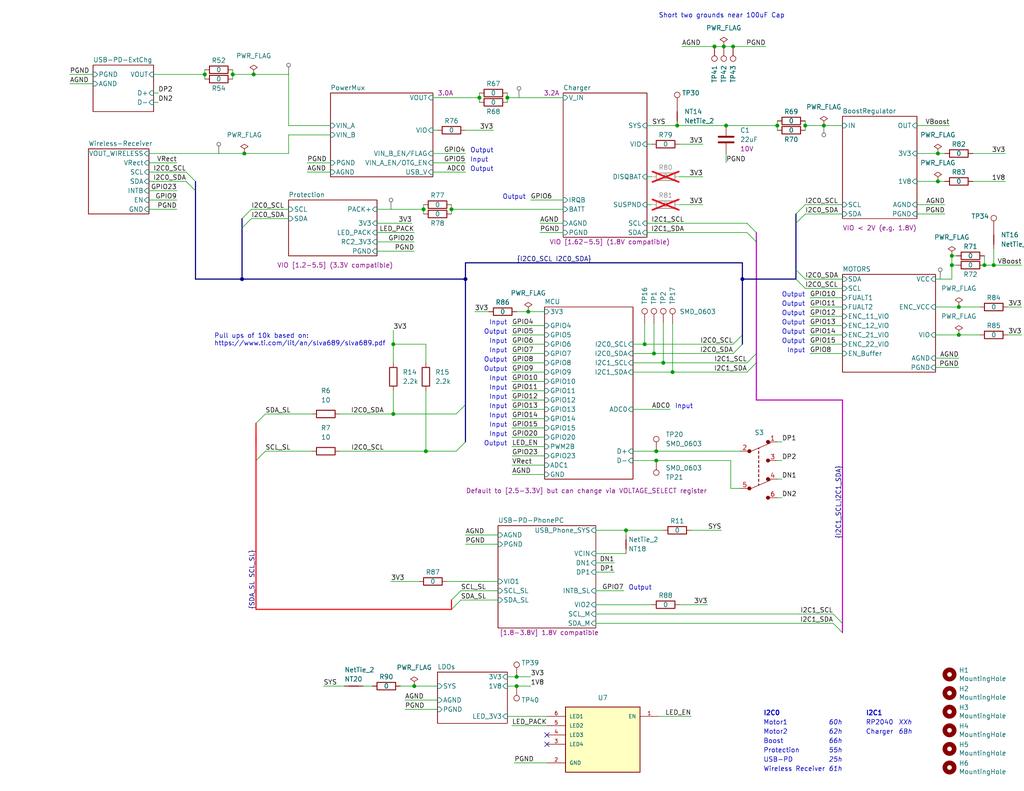
<source format=kicad_sch>
(kicad_sch (version 20230121) (generator eeschema)
  (paper "A")
  (junction (at 212.09 34.29))
  (junction (at 179.07 125.73))
  (junction (at 255.905 49.53))
  (junction (at 115.57 57.15))
  (junction (at 197.485 12.7))
  (junction (at 113.03 187.325))
  (junction (at 107.315 93.98))
  (junction (at 138.43 26.67))
  (junction (at 123.19 57.15))
  (junction (at 130.81 26.67))
  (junction (at 66.675 41.91))
  (junction (at 140.97 187.325))
  (junction (at 127 76.2))
  (junction (at 178.435 96.52))
  (junction (at 183.515 101.6))
  (junction (at 63.5 20.32))
  (junction (at 198.12 34.29))
  (junction (at 200.025 12.7))
  (junction (at 259.715 72.39))
  (junction (at 107.315 113.03))
  (junction (at 180.975 99.06))
  (junction (at 224.79 34.29))
  (junction (at 66.04 76.2))
  (junction (at 219.71 34.29))
  (junction (at 179.07 123.19))
  (junction (at 175.895 93.98))
  (junction (at 140.97 184.785))
  (junction (at 255.905 41.91))
  (junction (at 184.785 34.29))
  (junction (at 202.565 76.2))
  (junction (at 55.88 20.32))
  (junction (at 259.715 69.85))
  (junction (at 170.815 144.78))
  (junction (at 261.62 83.82))
  (junction (at 69.215 20.32))
  (junction (at 268.605 72.39))
  (junction (at 194.945 12.7))
  (junction (at 271.145 72.39))
  (junction (at 261.62 91.44))
  (junction (at 144.145 85.09))
  (junction (at 116.205 123.19))
  (no_connect (at 149.225 203.2))
  (no_connect (at 149.225 200.66))
  (bus_entry (at 50.8 46.99) (size 2.54 2.54))
  (bus_entry (at 219.71 78.74) (size -2.54 -2.54))
  (bus_entry (at 227.33 170.18) (size 2.54 2.54))
  (bus_entry (at 227.33 167.64) (size 2.54 2.54))
  (bus_entry (at 50.8 49.53) (size 2.54 2.54))
  (bus_entry (at 203.835 101.6) (size 2.54 -2.54))
  (bus_entry (at 200.025 96.52) (size 2.54 -2.54))
  (bus_entry (at 200.025 93.98) (size 2.54 -2.54))
  (bus_entry (at 203.835 99.06) (size 2.54 -2.54))
  (bus_entry (at 203.835 63.5) (size 2.54 2.54))
  (bus_entry (at 203.835 60.96) (size 2.54 2.54))
  (bus_entry (at 219.71 58.42) (size -2.54 2.54))
  (bus_entry (at 219.71 55.88) (size -2.54 2.54))
  (bus_entry (at 123.19 163.83) (size 2.54 -2.54))
  (bus_entry (at 123.19 166.37) (size 2.54 -2.54))
  (bus_entry (at 69.85 125.73) (size 2.54 -2.54))
  (bus_entry (at 69.85 115.57) (size 2.54 -2.54))
  (bus_entry (at 127 110.49) (size -2.54 2.54))
  (bus_entry (at 127 120.65) (size -2.54 2.54))
  (bus_entry (at 68.58 57.15) (size -2.54 2.54))
  (bus_entry (at 68.58 59.69) (size -2.54 2.54))
  (bus_entry (at 219.71 76.2) (size -2.54 -2.54))
  (wire (pts (xy 261.62 91.44) (xy 267.335 91.44)))
  (bus (pts (xy 206.375 109.22) (xy 229.87 109.22)) (stroke (width 0) (color 194 0 194 1)))
  (wire (pts (xy 102.87 68.58) (xy 113.03 68.58)))
  (wire (pts (xy 19.05 20.32) (xy 25.4 20.32)))
  (wire (pts (xy 92.71 113.03) (xy 107.315 113.03)))
  (wire (pts (xy 102.87 63.5) (xy 113.03 63.5)))
  (wire (pts (xy 63.5 20.32) (xy 69.215 20.32)))
  (wire (pts (xy 170.815 144.78) (xy 180.975 144.78)))
  (bus (pts (xy 53.34 52.07) (xy 53.34 76.2)))
  (bus (pts (xy 206.375 63.5) (xy 206.375 66.04)) (stroke (width 0) (color 194 0 194 1)))
  (wire (pts (xy 212.09 34.29) (xy 212.09 35.56)))
  (wire (pts (xy 153.67 63.5) (xy 147.32 63.5)))
  (wire (pts (xy 213.36 120.65) (xy 212.09 120.65)))
  (wire (pts (xy 139.7 111.76) (xy 148.59 111.76)))
  (wire (pts (xy 199.39 125.73) (xy 199.39 133.35)))
  (wire (pts (xy 135.89 163.83) (xy 125.73 163.83)))
  (wire (pts (xy 63.5 20.32) (xy 63.5 21.59)))
  (wire (pts (xy 123.19 55.88) (xy 123.19 57.15)))
  (wire (pts (xy 140.97 85.09) (xy 144.145 85.09)))
  (bus (pts (xy 229.87 170.18) (xy 229.87 172.72)) (stroke (width 0) (color 194 0 194 1)))
  (wire (pts (xy 172.72 96.52) (xy 178.435 96.52)))
  (wire (pts (xy 180.975 88.265) (xy 180.975 99.06)))
  (wire (pts (xy 229.87 58.42) (xy 219.71 58.42)))
  (wire (pts (xy 260.985 69.85) (xy 259.715 69.85)))
  (bus (pts (xy 123.19 163.83) (xy 123.19 166.37)) (stroke (width 0) (color 255 0 6 1)))
  (wire (pts (xy 188.595 195.58) (xy 179.705 195.58)))
  (wire (pts (xy 92.71 123.19) (xy 116.205 123.19)))
  (wire (pts (xy 220.98 88.9) (xy 229.87 88.9)))
  (wire (pts (xy 220.98 96.52) (xy 229.87 96.52)))
  (wire (pts (xy 78.74 20.32) (xy 78.74 34.29)))
  (wire (pts (xy 176.53 60.96) (xy 203.835 60.96)))
  (wire (pts (xy 102.87 66.04) (xy 113.03 66.04)))
  (wire (pts (xy 48.26 44.45) (xy 40.64 44.45)))
  (wire (pts (xy 107.315 106.68) (xy 107.315 113.03)))
  (wire (pts (xy 200.025 12.7) (xy 208.915 12.7)))
  (wire (pts (xy 110.49 193.675) (xy 119.38 193.675)))
  (bus (pts (xy 66.04 59.69) (xy 66.04 62.23)))
  (wire (pts (xy 176.53 34.29) (xy 184.785 34.29)))
  (wire (pts (xy 274.955 83.82) (xy 278.765 83.82)))
  (wire (pts (xy 212.09 33.02) (xy 212.09 34.29)))
  (wire (pts (xy 41.91 20.32) (xy 55.88 20.32)))
  (wire (pts (xy 139.7 99.06) (xy 148.59 99.06)))
  (wire (pts (xy 250.19 34.29) (xy 259.08 34.29)))
  (wire (pts (xy 63.5 19.05) (xy 63.5 20.32)))
  (wire (pts (xy 167.64 156.21) (xy 162.56 156.21)))
  (bus (pts (xy 217.17 60.96) (xy 217.17 73.66)))
  (wire (pts (xy 162.56 161.29) (xy 170.18 161.29)))
  (wire (pts (xy 220.98 86.36) (xy 229.87 86.36)))
  (wire (pts (xy 259.715 72.39) (xy 259.715 76.2)))
  (bus (pts (xy 206.375 66.04) (xy 206.375 96.52)) (stroke (width 0) (color 194 0 194 1)))
  (wire (pts (xy 144.78 184.785) (xy 140.97 184.785)))
  (wire (pts (xy 184.785 34.29) (xy 198.12 34.29)))
  (wire (pts (xy 271.145 72.39) (xy 278.765 72.39)))
  (wire (pts (xy 255.27 100.33) (xy 261.62 100.33)))
  (wire (pts (xy 250.19 49.53) (xy 255.905 49.53)))
  (wire (pts (xy 118.11 46.99) (xy 127 46.99)))
  (wire (pts (xy 127 41.91) (xy 118.11 41.91)))
  (wire (pts (xy 107.315 113.03) (xy 124.46 113.03)))
  (wire (pts (xy 139.7 124.46) (xy 148.59 124.46)))
  (wire (pts (xy 78.74 36.83) (xy 90.17 36.83)))
  (wire (pts (xy 172.72 111.76) (xy 182.88 111.76)))
  (wire (pts (xy 88.265 187.325) (xy 93.98 187.325)))
  (wire (pts (xy 179.07 123.19) (xy 201.93 123.19)))
  (wire (pts (xy 41.91 25.4) (xy 43.18 25.4)))
  (wire (pts (xy 139.7 114.3) (xy 148.59 114.3)))
  (wire (pts (xy 255.27 97.79) (xy 261.62 97.79)))
  (wire (pts (xy 197.485 12.7) (xy 200.025 12.7)))
  (wire (pts (xy 176.53 63.5) (xy 203.835 63.5)))
  (wire (pts (xy 139.7 104.14) (xy 148.59 104.14)))
  (wire (pts (xy 78.74 57.15) (xy 68.58 57.15)))
  (wire (pts (xy 25.4 22.86) (xy 19.05 22.86)))
  (wire (pts (xy 194.945 12.7) (xy 197.485 12.7)))
  (wire (pts (xy 139.7 119.38) (xy 148.59 119.38)))
  (wire (pts (xy 186.055 12.7) (xy 194.945 12.7)))
  (wire (pts (xy 268.605 72.39) (xy 271.145 72.39)))
  (wire (pts (xy 90.17 46.99) (xy 83.82 46.99)))
  (bus (pts (xy 127 71.755) (xy 202.565 71.755)))
  (wire (pts (xy 162.56 165.1) (xy 177.8 165.1)))
  (wire (pts (xy 127 35.56) (xy 134.62 35.56)))
  (wire (pts (xy 153.67 54.61) (xy 144.78 54.61)))
  (wire (pts (xy 129.54 85.09) (xy 133.35 85.09)))
  (wire (pts (xy 219.71 33.02) (xy 219.71 34.29)))
  (wire (pts (xy 123.19 57.15) (xy 153.67 57.15)))
  (wire (pts (xy 180.975 99.06) (xy 203.835 99.06)))
  (wire (pts (xy 99.06 187.325) (xy 101.6 187.325)))
  (bus (pts (xy 206.375 96.52) (xy 206.375 99.06)) (stroke (width 0) (color 194 0 194 1)))
  (wire (pts (xy 139.7 101.6) (xy 148.59 101.6)))
  (wire (pts (xy 40.64 41.91) (xy 66.675 41.91)))
  (bus (pts (xy 69.85 125.73) (xy 69.85 166.37)) (stroke (width 0) (color 255 0 6 1)))
  (wire (pts (xy 229.87 78.74) (xy 219.71 78.74)))
  (wire (pts (xy 250.19 55.88) (xy 257.81 55.88)))
  (wire (pts (xy 172.72 101.6) (xy 183.515 101.6)))
  (wire (pts (xy 229.87 55.88) (xy 219.71 55.88)))
  (wire (pts (xy 106.68 158.75) (xy 114.3 158.75)))
  (wire (pts (xy 255.905 49.53) (xy 257.81 49.53)))
  (wire (pts (xy 175.895 93.98) (xy 200.025 93.98)))
  (wire (pts (xy 162.56 170.18) (xy 227.33 170.18)))
  (bus (pts (xy 66.04 62.23) (xy 66.04 76.2)))
  (wire (pts (xy 219.71 34.29) (xy 219.71 35.56)))
  (wire (pts (xy 119.38 187.325) (xy 113.03 187.325)))
  (wire (pts (xy 224.79 34.29) (xy 229.87 34.29)))
  (wire (pts (xy 107.315 99.06) (xy 107.315 93.98)))
  (wire (pts (xy 185.42 39.37) (xy 191.77 39.37)))
  (wire (pts (xy 176.53 48.26) (xy 177.8 48.26)))
  (wire (pts (xy 78.74 59.69) (xy 68.58 59.69)))
  (wire (pts (xy 148.59 96.52) (xy 139.7 96.52)))
  (wire (pts (xy 115.57 55.88) (xy 115.57 57.15)))
  (wire (pts (xy 135.89 161.29) (xy 125.73 161.29)))
  (wire (pts (xy 140.97 187.325) (xy 138.43 187.325)))
  (wire (pts (xy 176.53 39.37) (xy 177.8 39.37)))
  (wire (pts (xy 138.43 25.4) (xy 138.43 26.67)))
  (wire (pts (xy 139.7 198.12) (xy 149.225 198.12)))
  (wire (pts (xy 255.27 83.82) (xy 261.62 83.82)))
  (wire (pts (xy 172.72 123.19) (xy 179.07 123.19)))
  (wire (pts (xy 188.595 144.78) (xy 196.85 144.78)))
  (wire (pts (xy 69.215 20.32) (xy 78.74 20.32)))
  (bus (pts (xy 127 76.2) (xy 127 110.49)))
  (wire (pts (xy 185.42 48.26) (xy 191.77 48.26)))
  (wire (pts (xy 172.72 125.73) (xy 179.07 125.73)))
  (wire (pts (xy 66.675 41.91) (xy 78.74 41.91)))
  (wire (pts (xy 175.895 88.265) (xy 175.895 93.98)))
  (wire (pts (xy 139.7 88.9) (xy 148.59 88.9)))
  (wire (pts (xy 41.91 27.94) (xy 43.18 27.94)))
  (wire (pts (xy 139.7 116.84) (xy 148.59 116.84)))
  (wire (pts (xy 213.36 135.89) (xy 212.09 135.89)))
  (bus (pts (xy 53.34 76.2) (xy 66.04 76.2)))
  (wire (pts (xy 183.515 88.265) (xy 183.515 101.6)))
  (wire (pts (xy 271.145 67.945) (xy 271.145 72.39)))
  (wire (pts (xy 72.39 123.19) (xy 85.09 123.19)))
  (wire (pts (xy 265.43 49.53) (xy 274.32 49.53)))
  (wire (pts (xy 172.72 93.98) (xy 175.895 93.98)))
  (wire (pts (xy 220.98 83.82) (xy 229.87 83.82)))
  (wire (pts (xy 140.335 208.28) (xy 149.225 208.28)))
  (wire (pts (xy 55.88 20.32) (xy 55.88 21.59)))
  (wire (pts (xy 123.19 57.15) (xy 123.19 58.42)))
  (wire (pts (xy 213.36 130.81) (xy 212.09 130.81)))
  (wire (pts (xy 72.39 113.03) (xy 85.09 113.03)))
  (wire (pts (xy 259.715 72.39) (xy 259.715 69.85)))
  (wire (pts (xy 255.27 91.44) (xy 261.62 91.44)))
  (bus (pts (xy 217.17 73.66) (xy 217.17 76.2)))
  (wire (pts (xy 153.67 60.96) (xy 147.32 60.96)))
  (wire (pts (xy 176.53 55.88) (xy 177.8 55.88)))
  (wire (pts (xy 130.81 25.4) (xy 130.81 26.67)))
  (wire (pts (xy 185.42 165.1) (xy 193.04 165.1)))
  (wire (pts (xy 138.43 26.67) (xy 153.67 26.67)))
  (bus (pts (xy 202.565 71.755) (xy 202.565 76.2)))
  (wire (pts (xy 40.64 57.15) (xy 48.26 57.15)))
  (wire (pts (xy 102.87 57.15) (xy 115.57 57.15)))
  (wire (pts (xy 220.98 93.98) (xy 229.87 93.98)))
  (bus (pts (xy 202.565 76.2) (xy 217.17 76.2)))
  (wire (pts (xy 268.605 69.85) (xy 268.605 72.39)))
  (wire (pts (xy 220.98 81.28) (xy 229.87 81.28)))
  (bus (pts (xy 66.04 76.2) (xy 127 76.2)))
  (wire (pts (xy 139.7 127) (xy 148.59 127)))
  (bus (pts (xy 127 71.755) (xy 127 76.2)))
  (wire (pts (xy 183.515 101.6) (xy 203.835 101.6)))
  (wire (pts (xy 40.64 54.61) (xy 48.26 54.61)))
  (wire (pts (xy 144.145 85.09) (xy 148.59 85.09)))
  (bus (pts (xy 217.17 58.42) (xy 217.17 60.96)))
  (bus (pts (xy 69.85 166.37) (xy 123.19 166.37)) (stroke (width 0) (color 255 0 6 1)))
  (wire (pts (xy 55.88 19.05) (xy 55.88 20.32)))
  (wire (pts (xy 260.985 72.39) (xy 259.715 72.39)))
  (wire (pts (xy 185.42 55.88) (xy 191.77 55.88)))
  (wire (pts (xy 139.7 109.22) (xy 148.59 109.22)))
  (wire (pts (xy 138.43 26.67) (xy 138.43 27.94)))
  (wire (pts (xy 119.38 191.135) (xy 110.49 191.135)))
  (wire (pts (xy 265.43 41.91) (xy 274.32 41.91)))
  (bus (pts (xy 69.85 115.57) (xy 69.85 125.73)) (stroke (width 0) (color 255 0 6 1)))
  (wire (pts (xy 107.315 90.17) (xy 107.315 93.98)))
  (wire (pts (xy 219.71 34.29) (xy 224.79 34.29)))
  (wire (pts (xy 139.7 129.54) (xy 148.59 129.54)))
  (wire (pts (xy 116.205 123.19) (xy 124.46 123.19)))
  (wire (pts (xy 250.19 41.91) (xy 255.905 41.91)))
  (wire (pts (xy 172.72 99.06) (xy 180.975 99.06)))
  (wire (pts (xy 115.57 57.15) (xy 115.57 58.42)))
  (wire (pts (xy 78.74 34.29) (xy 90.17 34.29)))
  (wire (pts (xy 118.11 35.56) (xy 119.38 35.56)))
  (wire (pts (xy 178.435 96.52) (xy 200.025 96.52)))
  (wire (pts (xy 102.87 60.96) (xy 112.395 60.96)))
  (wire (pts (xy 198.12 34.29) (xy 212.09 34.29)))
  (wire (pts (xy 127 146.05) (xy 135.89 146.05)))
  (bus (pts (xy 202.565 91.44) (xy 202.565 93.98)))
  (wire (pts (xy 78.74 36.83) (xy 78.74 41.91)))
  (wire (pts (xy 139.7 91.44) (xy 148.59 91.44)))
  (wire (pts (xy 213.36 125.73) (xy 212.09 125.73)))
  (wire (pts (xy 162.56 167.64) (xy 227.33 167.64)))
  (wire (pts (xy 83.82 44.45) (xy 90.17 44.45)))
  (wire (pts (xy 139.7 93.98) (xy 148.59 93.98)))
  (wire (pts (xy 167.64 153.67) (xy 162.56 153.67)))
  (wire (pts (xy 170.815 144.78) (xy 170.815 146.05)))
  (wire (pts (xy 259.715 76.2) (xy 255.27 76.2)))
  (wire (pts (xy 144.78 187.325) (xy 140.97 187.325)))
  (wire (pts (xy 116.205 106.68) (xy 116.205 123.19)))
  (wire (pts (xy 250.19 58.42) (xy 257.81 58.42)))
  (wire (pts (xy 162.56 144.78) (xy 170.815 144.78)))
  (wire (pts (xy 138.43 195.58) (xy 149.225 195.58)))
  (wire (pts (xy 261.62 83.82) (xy 267.335 83.82)))
  (wire (pts (xy 107.315 93.98) (xy 116.205 93.98)))
  (bus (pts (xy 53.34 49.53) (xy 53.34 52.07)))
  (wire (pts (xy 130.81 26.67) (xy 130.81 27.94)))
  (bus (pts (xy 127 110.49) (xy 127 120.65)))
  (wire (pts (xy 162.56 151.13) (xy 170.815 151.13)))
  (wire (pts (xy 48.26 52.07) (xy 40.64 52.07)))
  (wire (pts (xy 274.955 91.44) (xy 278.765 91.44)))
  (wire (pts (xy 40.64 46.99) (xy 50.8 46.99)))
  (wire (pts (xy 118.11 26.67) (xy 130.81 26.67)))
  (wire (pts (xy 198.12 41.91) (xy 198.12 44.45)))
  (bus (pts (xy 69.85 119.38) (xy 69.85 120.65)))
  (wire (pts (xy 140.97 184.785) (xy 138.43 184.785)))
  (wire (pts (xy 40.64 49.53) (xy 50.8 49.53)))
  (wire (pts (xy 199.39 133.35) (xy 201.93 133.35)))
  (wire (pts (xy 220.98 91.44) (xy 229.87 91.44)))
  (wire (pts (xy 121.92 158.75) (xy 135.89 158.75)))
  (wire (pts (xy 127 44.45) (xy 118.11 44.45)))
  (bus (pts (xy 229.87 109.22) (xy 229.87 170.18)) (stroke (width 0) (color 194 0 194 1)))
  (wire (pts (xy 178.435 88.265) (xy 178.435 96.52)))
  (wire (pts (xy 113.03 187.325) (xy 109.22 187.325)))
  (wire (pts (xy 139.7 121.92) (xy 148.59 121.92)))
  (bus (pts (xy 206.375 99.06) (xy 206.375 109.22)) (stroke (width 0) (color 194 0 194 1)))
  (wire (pts (xy 139.7 106.68) (xy 148.59 106.68)))
  (wire (pts (xy 179.07 125.73) (xy 199.39 125.73)))
  (bus (pts (xy 202.565 76.2) (xy 202.565 91.44)))
  (wire (pts (xy 229.87 76.2) (xy 219.71 76.2)))
  (wire (pts (xy 255.905 41.91) (xy 257.81 41.91)))
  (wire (pts (xy 116.205 99.06) (xy 116.205 93.98)))
  (wire (pts (xy 127 148.59) (xy 135.89 148.59)))
  (text "55h" (at 226.06 205.74 0) (effects (font (size 1.27 1.27) italic) (justify left bottom)))
  (text "Input" (at 138.43 119.38 0) (effects (font (size 1.27 1.27)) (justify right bottom)))
  (text "66h" (at 226.06 203.2 0) (effects (font (size 1.27 1.27) italic) (justify left bottom)))
  (text "Output" (at 219.71 93.98 0) (effects (font (size 1.27 1.27)) (justify right bottom)))
  (text "Protection" (at 208.28 205.74 0) (effects (font (size 1.27 1.27)) (justify left bottom)))
  (text "Input" (at 138.43 111.76 0) (effects (font (size 1.27 1.27)) (justify right bottom)))
  (text "XXh" (at 245.11 198.12 0) (effects (font (size 1.27 1.27) italic) (justify left bottom)))
  (text "Output" (at 219.71 86.36 0) (effects (font (size 1.27 1.27)) (justify right bottom)))
  (text "61h" (at 226.06 210.82 0) (effects (font (size 1.27 1.27) italic) (justify left bottom)))
  (text "Output" (at 138.43 121.92 0) (effects (font (size 1.27 1.27)) (justify right bottom)))
  (text "Output" (at 143.51 54.61 0) (effects (font (size 1.27 1.27)) (justify right bottom)))
  (text "Output" (at 219.71 81.28 0) (effects (font (size 1.27 1.27)) (justify right bottom)))
  (text "Output" (at 138.43 99.06 0) (effects (font (size 1.27 1.27)) (justify right bottom)))
  (text "Input" (at 138.43 109.22 0) (effects (font (size 1.27 1.27)) (justify right bottom)))
  (text "Input" (at 138.43 88.9 0) (effects (font (size 1.27 1.27)) (justify right bottom)))
  (text "Output" (at 219.71 88.9 0) (effects (font (size 1.27 1.27)) (justify right bottom)))
  (text "Output" (at 128.27 41.91 0) (effects (font (size 1.27 1.27)) (justify left bottom)))
  (text "Boost" (at 208.28 203.2 0) (effects (font (size 1.27 1.27)) (justify left bottom)))
  (text "I2C1" (at 236.22 195.58 0) (effects (font (size 1.27 1.27) (thickness 0.254) bold) (justify left bottom)))
  (text "Input" (at 128.27 44.45 0) (effects (font (size 1.27 1.27)) (justify left bottom)))
  (text "Wireless Receiver" (at 208.28 210.82 0) (effects (font (size 1.27 1.27)) (justify left bottom)))
  (text "Input" (at 138.43 93.98 0) (effects (font (size 1.27 1.27)) (justify right bottom)))
  (text "Motor1" (at 208.28 198.12 0) (effects (font (size 1.27 1.27)) (justify left bottom)))
  (text "Output" (at 128.27 46.99 0) (effects (font (size 1.27 1.27)) (justify left bottom)))
  (text "Input" (at 138.43 104.14 0) (effects (font (size 1.27 1.27)) (justify right bottom)))
  (text "Input" (at 138.43 116.84 0) (effects (font (size 1.27 1.27)) (justify right bottom)))
  (text "Input" (at 138.43 106.68 0) (effects (font (size 1.27 1.27)) (justify right bottom)))
  (text "Output" (at 138.43 91.44 0) (effects (font (size 1.27 1.27)) (justify right bottom)))
  (text "62h" (at 226.06 200.66 0) (effects (font (size 1.27 1.27) italic) (justify left bottom)))
  (text "Output" (at 219.71 83.82 0) (effects (font (size 1.27 1.27)) (justify right bottom)))
  (text "Input" (at 184.15 111.76 0) (effects (font (size 1.27 1.27)) (justify left bottom)))
  (text "Motor2" (at 208.28 200.66 0) (effects (font (size 1.27 1.27)) (justify left bottom)))
  (text "Output" (at 171.45 161.29 0) (effects (font (size 1.27 1.27)) (justify left bottom)))
  (text "Input" (at 138.43 96.52 0) (effects (font (size 1.27 1.27)) (justify right bottom)))
  (text "25h" (at 226.06 208.28 0) (effects (font (size 1.27 1.27) italic) (justify left bottom)))
  (text "Output" (at 138.43 101.6 0) (effects (font (size 1.27 1.27)) (justify right bottom)))
  (text "Output" (at 219.71 91.44 0) (effects (font (size 1.27 1.27)) (justify right bottom)))
  (text "Charger" (at 236.22 200.66 0) (effects (font (size 1.27 1.27)) (justify left bottom)))
  (text "Input" (at 219.71 96.52 0) (effects (font (size 1.27 1.27)) (justify right bottom)))
  (text "Pull ups of 10k based on:\nhttps://www.ti.com/lit/an/slva689/slva689.pdf" (at 58.42 94.615 0) (effects (font (size 1.27 1.27)) (justify left bottom)))
  (text "I2C0" (at 208.28 195.58 0) (effects (font (size 1.27 1.27) (thickness 0.254) bold) (justify left bottom)))
  (text "USB-PD" (at 208.28 208.28 0) (effects (font (size 1.27 1.27)) (justify left bottom)))
  (text "RP2040" (at 236.22 198.12 0) (effects (font (size 1.27 1.27)) (justify left bottom)))
  (text "60h" (at 226.06 198.12 0) (effects (font (size 1.27 1.27) italic) (justify left bottom)))
  (text "Input" (at 138.43 114.3 0) (effects (font (size 1.27 1.27)) (justify right bottom)))
  (text "6Bh" (at 245.11 200.66 0) (effects (font (size 1.27 1.27) italic) (justify left bottom)))
  (text "Short two grounds near 100uF Cap" (at 179.705 5.08 0) (effects (font (size 1.27 1.27)) (justify left bottom)))
  (label "3V3" (at 278.765 83.82 180))
  (label "3V3" (at 107.315 90.17 0))
  (label "GPIO15" (at 139.7 116.84 0))
  (label "I2C0_SDA" (at 104.775 113.03 180))
  (label "AGND" (at 139.7 129.54 0))
  (label "GPIO12" (at 220.98 86.36 0))
  (label "PGND" (at 113.03 68.58 180))
  (label "{SDA_SL SCL_SL}" (at 69.85 166.37 90))
  (label "PGND" (at 127 148.59 0))
  (label "3V3" (at 278.765 91.44 180))
  (label "AGND" (at 110.49 191.135 0))
  (label "LED_PACK" (at 139.7 198.12 0))
  (label "{I2C0_SCL I2C0_SDA}" (at 140.97 71.755 0))
  (label "AGND" (at 257.81 55.88 180))
  (label "AGND" (at 83.82 46.99 0))
  (label "PGND" (at 48.26 57.15 180))
  (label "SYS" (at 88.265 187.325 0))
  (label "I2C0_SCL" (at 219.71 55.88 0))
  (label "GPIO10" (at 220.98 81.28 0))
  (label "SYS" (at 196.85 144.78 180))
  (label "LED_EN" (at 188.595 195.58 180))
  (label "PGND" (at 198.12 44.45 0))
  (label "VBoost" (at 278.765 72.39 180))
  (label "GPIO7" (at 170.18 161.29 180))
  (label "I2C1_SDA" (at 186.69 63.5 180))
  (label "GPIO8" (at 139.7 99.06 0))
  (label "DP1" (at 167.64 156.21 180))
  (label "DN1" (at 167.64 153.67 180))
  (label "GPIO8" (at 220.98 96.52 0))
  (label "AGND" (at 186.055 12.7 0))
  (label "GPIO20" (at 113.03 66.04 180))
  (label "GPIO13" (at 220.98 88.9 0))
  (label "DN2" (at 43.18 27.94 0))
  (label "LED_EN" (at 139.7 121.92 0))
  (label "GPIO14" (at 220.98 91.44 0))
  (label "DP2" (at 213.36 125.73 0))
  (label "I2C1_SDA" (at 227.33 170.18 180))
  (label "DP2" (at 43.18 25.4 0))
  (label "3V3" (at 106.68 158.75 0))
  (label "VBoost" (at 259.08 34.29 180))
  (label "3V3" (at 144.78 184.785 0))
  (label "GPIO9" (at 48.26 54.61 180))
  (label "AGND" (at 261.62 97.79 180))
  (label "SCL_SL" (at 72.39 123.19 0))
  (label "GPIO15" (at 220.98 93.98 0))
  (label "I2C0_SCL" (at 50.8 46.99 180))
  (label "I2C0_SDA" (at 68.58 59.69 0))
  (label "3V3" (at 193.04 165.1 180))
  (label "3V3" (at 191.77 39.37 180))
  (label "PGND" (at 208.915 12.7 180))
  (label "PGND" (at 83.82 44.45 0))
  (label "I2C0_SDA" (at 219.71 76.2 0))
  (label "I2C0_SCL" (at 68.58 57.15 0))
  (label "3V3" (at 129.54 85.09 0))
  (label "VRect" (at 139.7 127 0))
  (label "1V8" (at 274.32 49.53 180))
  (label "GPIO9" (at 139.7 101.6 0))
  (label "GPIO7" (at 139.7 96.52 0))
  (label "GPIO12" (at 139.7 109.22 0))
  (label "SDA_SL" (at 72.39 113.03 0))
  (label "DN1" (at 213.36 130.81 0))
  (label "1V8" (at 144.78 187.325 0))
  (label "GPIO11" (at 139.7 106.68 0))
  (label "SDA_SL" (at 125.73 163.83 0))
  (label "GPIO10" (at 139.7 104.14 0))
  (label "I2C0_SDA" (at 50.8 49.53 180))
  (label "GPIO6" (at 139.7 93.98 0))
  (label "PGND" (at 110.49 193.675 0))
  (label "GPIO5" (at 127 44.45 180))
  (label "GPIO4" (at 127 41.91 180))
  (label "PGND" (at 261.62 100.33 180))
  (label "GPIO23" (at 48.26 52.07 180))
  (label "GPIO5" (at 139.7 91.44 0))
  (label "3V3" (at 274.32 41.91 180))
  (label "GPIO23" (at 139.7 124.46 0))
  (label "GPIO6" (at 144.78 54.61 0))
  (label "PGND" (at 257.81 58.42 180))
  (label "3V3" (at 191.77 55.88 180))
  (label "DP1" (at 213.36 120.65 0))
  (label "I2C0_SCL" (at 200.025 93.98 180))
  (label "I2C0_SDA" (at 219.71 58.42 0))
  (label "I2C0_SCL" (at 104.775 123.19 180))
  (label "3V3" (at 112.395 60.96 180))
  (label "DN2" (at 213.36 135.89 0))
  (label "I2C1_SCL" (at 203.835 99.06 180))
  (label "PGND" (at 147.32 63.5 0))
  (label "3V3" (at 134.62 35.56 180))
  (label "GPIO14" (at 139.7 114.3 0))
  (label "PGND" (at 140.335 208.28 0))
  (label "ADC0" (at 127 46.99 180))
  (label "SCL_SL" (at 125.73 161.29 0))
  (label "GPIO13" (at 139.7 111.76 0))
  (label "I2C1_SCL" (at 186.69 60.96 180))
  (label "I2C1_SDA" (at 203.835 101.6 180))
  (label "{I2C1_SCL,I2C1_SDA}" (at 229.87 127 270))
  (label "GPIO11" (at 220.98 83.82 0))
  (label "VRect" (at 48.26 44.45 180))
  (label "I2C1_SCL" (at 227.33 167.64 180))
  (label "GPIO20" (at 139.7 119.38 0))
  (label "I2C0_SCL" (at 219.71 78.74 0))
  (label "AGND" (at 127 146.05 0))
  (label "AGND" (at 19.05 22.86 0))
  (label "I2C0_SDA" (at 200.025 96.52 180))
  (label "PGND" (at 19.05 20.32 0))
  (label "AGND" (at 147.32 60.96 0))
  (label "3V3" (at 191.77 48.26 180))
  (label "ADC0" (at 182.88 111.76 180))
  (label "GPIO4" (at 139.7 88.9 0))
  (label "SYS" (at 181.61 34.29 180))
  (label "LED_PACK" (at 113.03 63.5 180))
  (netclass_flag "" (length 2.54) (shape round) (at 256.54 76.2 0) (property "Netclass" "power_2A" (effects hide)))
  (netclass_flag "" (length 2.54) (shape round) (at 224.79 34.29 180) (property "Netclass" "power_2A" (effects hide)))
  (netclass_flag "" (length 2.54) (shape round) (at 59.69 41.91 0) (property "Netclass" "power_3A" (effects hide)))
  (netclass_flag "" (length 2.54) (shape round) (at 106.68 57.15 0) (property "Netclass" "power_3A" (effects hide)))
  (netclass_flag "" (length 2.54) (shape round) (at 78.74 20.32 0) (property "Netclass" "power_3A" (effects hide)))
  (netclass_flag "" (length 2.54) (shape round) (at 141.605 26.67 0) (property "Netclass" "power_3A" (effects hide)))
  (symbol (lib_id "robot:PWR_FLAG") (at 66.675 41.91 0) (unit 1)
    (property "Reference" "#FLG017" (effects hide))
    (property "Value" "PWR_FLAG" (at 66.675 36.83 0))
  )
  (symbol (lib_id "Device:R") (at 105.41 187.325 90) (unit 1)
    (property "Reference" "R90" (at 105.41 184.785 90))
    (property "Value" "0" (at 105.41 187.325 90))
    (property "Footprint" "robot:R_0603_1608Metric" (effects hide))
    (property "Manufacturer" "Stackpole Electronics" (effects hide))
    (property "Part Number" "RMCF0603ZT0R00" (effects hide))
    (property "Stock" "15" (effects hide))
    (property "Type" "SMD" (effects hide))
  )
  (symbol (lib_id "Device:R") (at 181.61 165.1 90) (unit 1)
    (property "Reference" "R88" (at 181.61 162.56 90))
    (property "Value" "0" (at 181.61 165.1 90))
    (property "Footprint" "robot:R_0603_1608Metric" (effects hide))
    (property "Manufacturer" "Stackpole Electronics" (effects hide))
    (property "Part Number" "RMCF0603ZT0R00" (effects hide))
    (property "Stock" "15" (effects hide))
    (property "Type" "SMD" (effects hide))
  )
  (symbol (lib_id "robot:TestPoint") (at 184.785 29.21 0) (unit 1)
    (property "Reference" "TP30" (at 186.055 25.4 0) (effects (justify left)))
    (property "Value" "TestPoint" (effects hide))
    (property "Footprint" "robot:KEYSTONE_5002" (effects hide))
    (property "Description" "ExtC_VBUS" (effects hide))
    (property "Manufacturer" "Keystone Electronics" (effects hide))
    (property "Part Number" "5002" (effects hide))
    (property "Type" "THT" (effects hide))
  )
  (symbol (lib_id "robot:MountingHole") (at 259.08 199.39 0) (unit 1) (in_bom no)
    (property "Reference" "H4" (at 261.62 198.2216 0) (effects (justify left)))
    (property "Value" "MountingHole" (at 261.62 200.533 0) (effects (justify left)))
    (property "Footprint" "robot:MountingHole_2.2mm_M2" (effects hide))
    (property "Manufacturer" "N/A" (effects hide))
    (property "Part Number" "N/A" (effects hide))
    (property "Type" "DNP" (effects hide))
  )
  (symbol (lib_id "robot:R") (at 107.315 102.87 0) (unit 1)
    (property "Reference" "R14" (at 109.855 101.5999 0) (effects (justify left)))
    (property "Value" "2.2k" (at 109.855 104.1399 0) (effects (justify left)))
    (property "Footprint" "robot:R_0603_1608Metric" (effects hide))
    (property "Manufacturer" "Stackpole Electronics" (effects hide))
    (property "Part Number" "RMCF0603JT2K20" (effects hide))
    (property "Type" "SMD" (effects hide))
  )
  (symbol (lib_id "robot:MountingHole") (at 259.08 209.55 0) (unit 1) (in_bom no)
    (property "Reference" "H6" (at 261.62 208.3816 0) (effects (justify left)))
    (property "Value" "MountingHole" (at 261.62 210.693 0) (effects (justify left)))
    (property "Footprint" "robot:MountingHole_2.2mm_M2_2mm_clearance" (effects hide))
    (property "Manufacturer" "N/A" (effects hide))
    (property "Part Number" "N/A" (effects hide))
    (property "Type" "DNP" (effects hide))
  )
  (symbol (lib_id "robot:AP2502KTR-G1") (at 164.465 200.66 0) (mirror y) (unit 1)
    (property "Reference" "U7" (at 164.465 190.5 0))
    (property "Value" "AP2502KTR-G1" (effects hide))
    (property "Footprint" "robot:SOT95P280X145-6N" (effects hide))
    (property "Datasheet" "https://www.diodes.com/assets/Datasheets/AP2502.pdf" (effects hide))
    (property "Manufacturer" "Diodes Inc." (effects hide))
    (property "Part Number" "AP2502KTR-G1" (effects hide))
    (property "Type" "SMD" (effects hide))
  )
  (symbol (lib_id "robot:TestPoint") (at 271.145 62.865 0) (mirror y) (unit 1)
    (property "Reference" "TP34" (at 269.875 59.055 0) (effects (justify left)))
    (property "Value" "TestPoint" (effects hide))
    (property "Footprint" "robot:KEYSTONE_5002" (effects hide))
    (property "Description" "ExtC_VBUS" (effects hide))
    (property "Manufacturer" "Keystone Electronics" (effects hide))
    (property "Part Number" "5002" (effects hide))
    (property "Type" "THT" (effects hide))
  )
  (symbol (lib_id "Device:R") (at 264.795 72.39 90) (unit 1)
    (property "Reference" "R72" (at 264.795 74.93 90))
    (property "Value" "0" (at 264.795 72.39 90))
    (property "Footprint" "robot:R_0805_2012Metric" (effects hide))
    (property "Manufacturer" "Stackpole Electronics" (effects hide))
    (property "Part Number" "RMCF0805ZT0R00" (effects hide))
    (property "Type" "SMD" (effects hide))
  )
  (symbol (lib_id "Device:R") (at 271.145 83.82 90) (unit 1)
    (property "Reference" "R84" (at 271.145 81.28 90))
    (property "Value" "0" (at 271.145 83.82 90))
    (property "Footprint" "robot:R_0603_1608Metric" (effects hide))
    (property "Manufacturer" "Stackpole Electronics" (effects hide))
    (property "Part Number" "RMCF0603ZT0R00" (effects hide))
    (property "Stock" "15" (effects hide))
    (property "Type" "SMD" (effects hide))
  )
  (symbol (lib_id "Device:R") (at 181.61 48.26 90) (unit 1) (dnp yes)
    (property "Reference" "R80" (at 181.61 45.72 90))
    (property "Value" "0" (at 181.61 48.26 90))
    (property "Footprint" "robot:R_0603_1608Metric" (effects hide))
    (property "Manufacturer" "Stackpole Electronics" (effects hide))
    (property "Part Number" "RMCF0603ZT0R00" (effects hide))
    (property "Notes" "Normally Open. Close when needed with 0Ohm resistor. " (effects hide))
    (property "Stock" "15" (effects hide))
    (property "Type" "SMD" (effects hide))
  )
  (symbol (lib_id "robot:TestPoint") (at 178.435 88.265 0) (unit 1)
    (property "Reference" "TP1" (at 178.435 83.185 90) (effects (justify left)))
    (property "Value" "SMD_0603" (effects hide))
    (property "Footprint" "robot:TestPoint_SMD_0603" (effects hide))
    (property "Description" "SMD Test Point 0603 size." (effects hide))
    (property "Manufacturer" "KOA Speer Electronics, Inc." (effects hide))
    (property "Part Number" "RCUCTE" (effects hide))
    (property "Type" "SMD" (effects hide))
  )
  (symbol (lib_id "robot:TestPoint") (at 179.07 125.73 0) (mirror x) (unit 1)
    (property "Reference" "TP21" (at 181.61 130.302 0) (effects (justify left)))
    (property "Value" "SMD_0603" (at 181.61 127.762 0) (effects (justify left)))
    (property "Footprint" "robot:TestPoint_SMD_0603" (effects hide))
    (property "Description" "SMD Test Point 0603 size." (effects hide))
    (property "Manufacturer" "KOA Speer Electronics, Inc." (effects hide))
    (property "Part Number" "RCUCTE" (effects hide))
    (property "Type" "SMD" (effects hide))
  )
  (symbol (lib_id "robot:PWR_FLAG") (at 261.62 91.44 0) (unit 1)
    (property "Reference" "#FLG010" (effects hide))
    (property "Value" "PWR_FLAG" (at 261.62 86.36 0))
  )
  (symbol (lib_id "Device:R") (at 181.61 39.37 90) (unit 1)
    (property "Reference" "R79" (at 181.61 36.83 90))
    (property "Value" "0" (at 181.61 39.37 90))
    (property "Footprint" "robot:R_0603_1608Metric" (effects hide))
    (property "Manufacturer" "Stackpole Electronics" (effects hide))
    (property "Part Number" "RMCF0603ZT0R00" (effects hide))
    (property "Stock" "15" (effects hide))
    (property "Type" "SMD" (effects hide))
  )
  (symbol (lib_id "robot:PWR_FLAG") (at 69.215 20.32 0) (unit 1)
    (property "Reference" "#FLG05" (effects hide))
    (property "Value" "PWR_FLAG" (at 69.215 15.24 0))
  )
  (symbol (lib_id "robot:TestPoint") (at 175.895 88.265 0) (unit 1)
    (property "Reference" "TP16" (at 175.895 83.185 90) (effects (justify left)))
    (property "Value" "SMD_0603" (effects hide))
    (property "Footprint" "robot:TestPoint_SMD_0603" (effects hide))
    (property "Description" "SMD Test Point 0603 size." (effects hide))
    (property "Manufacturer" "KOA Speer Electronics, Inc." (effects hide))
    (property "Part Number" "RCUCTE" (effects hide))
    (property "Type" "SMD" (effects hide))
  )
  (symbol (lib_id "Device:R") (at 184.785 144.78 90) (unit 1)
    (property "Reference" "R11" (at 184.785 142.24 90))
    (property "Value" "0" (at 184.785 144.78 90))
    (property "Footprint" "robot:R_0805_2012Metric" (effects hide))
    (property "Manufacturer" "Stackpole Electronics" (effects hide))
    (property "Part Number" "RMCF0805ZT0R00" (effects hide))
    (property "Type" "SMD" (effects hide))
  )
  (symbol (lib_id "Device:R") (at 264.795 69.85 90) (unit 1)
    (property "Reference" "R71" (at 264.795 67.31 90))
    (property "Value" "0" (at 264.795 69.85 90))
    (property "Footprint" "robot:R_0805_2012Metric" (effects hide))
    (property "Manufacturer" "Stackpole Electronics" (effects hide))
    (property "Part Number" "RMCF0805ZT0R00" (effects hide))
    (property "Type" "SMD" (effects hide))
  )
  (symbol (lib_id "robot:MountingHole") (at 259.08 184.15 0) (unit 1) (in_bom no)
    (property "Reference" "H1" (at 261.62 182.9816 0) (effects (justify left)))
    (property "Value" "MountingHole" (at 261.62 185.293 0) (effects (justify left)))
    (property "Footprint" "robot:MountingHole_2.2mm_M2_2mm_clearance" (effects hide))
    (property "Manufacturer" "N/A" (effects hide))
    (property "Part Number" "N/A" (effects hide))
    (property "Type" "DNP" (effects hide))
  )
  (symbol (lib_id "Device:R") (at 261.62 49.53 90) (unit 1)
    (property "Reference" "R83" (at 261.62 46.99 90))
    (property "Value" "0" (at 261.62 49.53 90))
    (property "Footprint" "robot:R_0603_1608Metric" (effects hide))
    (property "Manufacturer" "Stackpole Electronics" (effects hide))
    (property "Part Number" "RMCF0603ZT0R00" (effects hide))
    (property "Stock" "15" (effects hide))
    (property "Type" "SMD" (effects hide))
  )
  (symbol (lib_id "Device:R") (at 215.9 33.02 90) (unit 1)
    (property "Reference" "R69" (at 215.9 30.48 90))
    (property "Value" "0" (at 215.9 33.02 90))
    (property "Footprint" "robot:R_0805_2012Metric" (effects hide))
    (property "Manufacturer" "Stackpole Electronics" (effects hide))
    (property "Part Number" "RMCF0805ZT0R00" (effects hide))
    (property "Type" "SMD" (effects hide))
  )
  (symbol (lib_id "robot:MountingHole") (at 259.08 194.31 0) (unit 1) (in_bom no)
    (property "Reference" "H3" (at 261.62 193.1416 0) (effects (justify left)))
    (property "Value" "MountingHole" (at 261.62 195.453 0) (effects (justify left)))
    (property "Footprint" "robot:MountingHole_2.2mm_M2" (effects hide))
    (property "Manufacturer" "N/A" (effects hide))
    (property "Part Number" "N/A" (effects hide))
    (property "Type" "DNP" (effects hide))
  )
  (symbol (lib_id "Device:R") (at 271.145 91.44 90) (unit 1)
    (property "Reference" "R85" (at 271.145 88.9 90))
    (property "Value" "0" (at 271.145 91.44 90))
    (property "Footprint" "robot:R_0603_1608Metric" (effects hide))
    (property "Manufacturer" "Stackpole Electronics" (effects hide))
    (property "Part Number" "RMCF0603ZT0R00" (effects hide))
    (property "Stock" "15" (effects hide))
    (property "Type" "SMD" (effects hide))
  )
  (symbol (lib_id "robot:PWR_FLAG") (at 144.145 85.09 0) (unit 1)
    (property "Reference" "#FLG09" (effects hide))
    (property "Value" "PWR_FLAG" (at 144.145 80.01 0))
  )
  (symbol (lib_id "Device:R") (at 134.62 27.94 90) (unit 1)
    (property "Reference" "R68" (at 134.62 30.48 90))
    (property "Value" "0" (at 134.62 27.94 90))
    (property "Footprint" "robot:R_0805_2012Metric" (effects hide))
    (property "Manufacturer" "Stackpole Electronics" (effects hide))
    (property "Part Number" "RMCF0805ZT0R00" (effects hide))
    (property "Type" "SMD" (effects hide))
  )
  (symbol (lib_id "robot:PWR_FLAG") (at 261.62 83.82 0) (unit 1)
    (property "Reference" "#FLG011" (effects hide))
    (property "Value" "PWR_FLAG" (at 261.62 78.74 0))
  )
  (symbol (lib_id "Device:NetTie_2") (at 96.52 187.325 0) (unit 1) (in_bom no)
    (property "Reference" "NT20" (at 93.98 185.42 0) (effects (justify left)))
    (property "Value" "NetTie_2" (at 93.98 182.88 0) (effects (justify left)))
    (property "Footprint" "robot:NetTie-_SMD_Pad6mil" (effects hide))
    (property "Manufacturer" "N/A" (effects hide))
    (property "Part Number" "N/A" (effects hide))
    (property "Type" "DNP" (effects hide))
  )
  (symbol (lib_id "robot:PWR_FLAG") (at 113.03 187.325 0) (unit 1)
    (property "Reference" "#FLG01" (effects hide))
    (property "Value" "PWR_FLAG" (at 113.03 182.245 0))
  )
  (symbol (lib_id "robot:R") (at 116.205 102.87 0) (unit 1)
    (property "Reference" "R15" (at 118.745 101.5999 0) (effects (justify left)))
    (property "Value" "2.2k" (at 118.745 104.1399 0) (effects (justify left)))
    (property "Footprint" "robot:R_0603_1608Metric" (effects hide))
    (property "Manufacturer" "Stackpole Electronics" (effects hide))
    (property "Part Number" "RMCF0603JT2K20" (effects hide))
    (property "Type" "SMD" (effects hide))
  )
  (symbol (lib_id "Device:NetTie_2") (at 184.785 31.75 270) (unit 1) (in_bom no)
    (property "Reference" "NT14" (at 186.69 30.48 90) (effects (justify left)))
    (property "Value" "NetTie_2" (at 186.69 33.02 90) (effects (justify left)))
    (property "Footprint" "robot:NetTie-_SMD_Pad6mil" (effects hide))
    (property "Manufacturer" "N/A" (effects hide))
    (property "Part Number" "N/A" (effects hide))
    (property "Type" "DNP" (effects hide))
  )
  (symbol (lib_id "robot:TestPoint") (at 179.07 123.19 0) (unit 1)
    (property "Reference" "TP20" (at 181.61 118.618 0) (effects (justify left)))
    (property "Value" "SMD_0603" (at 181.61 121.158 0) (effects (justify left)))
    (property "Footprint" "robot:TestPoint_SMD_0603" (effects hide))
    (property "Description" "SMD Test Point 0603 size." (effects hide))
    (property "Manufacturer" "KOA Speer Electronics, Inc." (effects hide))
    (property "Part Number" "RCUCTE" (effects hide))
    (property "Type" "SMD" (effects hide))
  )
  (symbol (lib_id "robot:TestPoint") (at 197.485 12.7 0) (mirror x) (unit 1)
    (property "Reference" "TP42" (at 197.485 17.78 90) (effects (justify left)))
    (property "Value" "TestPoint" (effects hide))
    (property "Footprint" "robot:KEYSTONE_5002" (effects hide))
    (property "Description" "ExtC_VBUS" (effects hide))
    (property "Manufacturer" "Keystone Electronics" (effects hide))
    (property "Part Number" "5002" (effects hide))
    (property "Type" "THT" (effects hide))
  )
  (symbol (lib_id "Device:R") (at 181.61 55.88 90) (unit 1) (dnp yes)
    (property "Reference" "R81" (at 181.61 53.34 90))
    (property "Value" "0" (at 181.61 55.88 90))
    (property "Footprint" "robot:R_0603_1608Metric" (effects hide))
    (property "Manufacturer" "Stackpole Electronics" (effects hide))
    (property "Part Number" "RMCF0603ZT0R00" (effects hide))
    (property "Notes" "Normally Open. Close when needed with 0Ohm resistor. " (effects hide))
    (property "Stock" "15" (effects hide))
    (property "Type" "SMD" (effects hide))
  )
  (symbol (lib_id "robot:PWR_FLAG") (at 255.905 41.91 0) (unit 1)
    (property "Reference" "#FLG07" (effects hide))
    (property "Value" "PWR_FLAG" (at 255.905 36.83 0))
  )
  (symbol (lib_id "robot:PWR_FLAG") (at 224.79 34.29 0) (unit 1)
    (property "Reference" "#FLG08" (effects hide))
    (property "Value" "PWR_FLAG" (at 224.79 29.21 0))
  )
  (symbol (lib_id "robot:TestPoint") (at 194.945 12.7 0) (mirror x) (unit 1)
    (property "Reference" "TP41" (at 194.945 17.78 90) (effects (justify left)))
    (property "Value" "TestPoint" (effects hide))
    (property "Footprint" "robot:KEYSTONE_5002" (effects hide))
    (property "Description" "ExtC_VBUS" (effects hide))
    (property "Manufacturer" "Keystone Electronics" (effects hide))
    (property "Part Number" "5002" (effects hide))
    (property "Type" "THT" (effects hide))
  )
  (symbol (lib_id "robot:MountingHole") (at 259.08 204.47 0) (unit 1) (in_bom no)
    (property "Reference" "H5" (at 261.62 203.3016 0) (effects (justify left)))
    (property "Value" "MountingHole" (at 261.62 205.613 0) (effects (justify left)))
    (property "Footprint" "robot:MountingHole_2.2mm_M2_2mm_clearance" (effects hide))
    (property "Manufacturer" "N/A" (effects hide))
    (property "Part Number" "N/A" (effects hide))
    (property "Type" "DNP" (effects hide))
  )
  (symbol (lib_id "robot:PWR_FLAG") (at 255.905 49.53 0) (unit 1)
    (property "Reference" "#FLG06" (effects hide))
    (property "Value" "PWR_FLAG" (at 255.905 44.45 0))
  )
  (symbol (lib_id "robot:TestPoint") (at 200.025 12.7 0) (mirror x) (unit 1)
    (property "Reference" "TP43" (at 200.025 17.78 90) (effects (justify left)))
    (property "Value" "TestPoint" (effects hide))
    (property "Footprint" "robot:KEYSTONE_5002" (effects hide))
    (property "Description" "ExtC_VBUS" (effects hide))
    (property "Manufacturer" "Keystone Electronics" (effects hide))
    (property "Part Number" "5002" (effects hide))
    (property "Type" "THT" (effects hide))
  )
  (symbol (lib_id "Device:R") (at 215.9 35.56 90) (unit 1)
    (property "Reference" "R70" (at 215.9 38.1 90))
    (property "Value" "0" (at 215.9 35.56 90))
    (property "Footprint" "robot:R_0805_2012Metric" (effects hide))
    (property "Manufacturer" "Stackpole Electronics" (effects hide))
    (property "Part Number" "RMCF0805ZT0R00" (effects hide))
    (property "Type" "SMD" (effects hide))
  )
  (symbol (lib_id "robot:C") (at 198.12 38.1 0) (unit 1)
    (property "Reference" "C1" (at 201.93 35.5599 0) (effects (justify left)))
    (property "Value" "22uF" (at 201.93 38.0999 0) (effects (justify left)))
    (property "Footprint" "robot:C_0603_1608Metric" (effects hide))
    (property "Description" "10V" (at 201.93 40.6399 0) (effects (justify left)))
    (property "Manufacturer" "Murata" (effects hide))
    (property "Part Number" "GRM188R61A226ME15D" (effects hide))
    (property "Type" "SMD" (effects hide))
  )
  (symbol (lib_id "robot:TestPoint") (at 183.515 88.265 0) (unit 1)
    (property "Reference" "TP17" (at 183.515 83.185 90) (effects (justify left)))
    (property "Value" "SMD_0603" (at 185.42 85.09 0) (effects (justify left)))
    (property "Footprint" "robot:TestPoint_SMD_0603" (effects hide))
    (property "Description" "SMD Test Point 0603 size." (effects hide))
    (property "Manufacturer" "KOA Speer Electronics, Inc." (effects hide))
    (property "Part Number" "RCUCTE" (effects hide))
    (property "Type" "SMD" (effects hide))
  )
  (symbol (lib_id "Device:R") (at 134.62 25.4 90) (unit 1)
    (property "Reference" "R67" (at 134.62 22.86 90))
    (property "Value" "0" (at 134.62 25.4 90))
    (property "Footprint" "robot:R_0805_2012Metric" (effects hide))
    (property "Manufacturer" "Stackpole Electronics" (effects hide))
    (property "Part Number" "RMCF0805ZT0R00" (effects hide))
    (property "Type" "SMD" (effects hide))
  )
  (symbol (lib_id "Device:R") (at 123.19 35.56 90) (unit 1)
    (property "Reference" "R76" (at 123.19 33.02 90))
    (property "Value" "0" (at 123.19 35.56 90))
    (property "Footprint" "robot:R_0603_1608Metric" (effects hide))
    (property "Manufacturer" "Stackpole Electronics" (effects hide))
    (property "Part Number" "RMCF0603ZT0R00" (effects hide))
    (property "Stock" "15" (effects hide))
    (property "Type" "SMD" (effects hide))
  )
  (symbol (lib_id "Device:R") (at 118.11 158.75 90) (unit 1)
    (property "Reference" "R87" (at 118.11 156.21 90))
    (property "Value" "0" (at 118.11 158.75 90))
    (property "Footprint" "robot:R_0603_1608Metric" (effects hide))
    (property "Manufacturer" "Stackpole Electronics" (effects hide))
    (property "Part Number" "RMCF0603ZT0R00" (effects hide))
    (property "Stock" "15" (effects hide))
    (property "Type" "SMD" (effects hide))
  )
  (symbol (lib_id "Device:NetTie_2") (at 271.145 65.405 270) (unit 1) (in_bom no)
    (property "Reference" "NT16" (at 273.05 64.135 90) (effects (justify left)))
    (property "Value" "NetTie_2" (at 273.05 66.675 90) (effects (justify left)))
    (property "Footprint" "robot:NetTie-_SMD_Pad6mil" (effects hide))
    (property "Manufacturer" "N/A" (effects hide))
    (property "Part Number" "N/A" (effects hide))
    (property "Type" "DNP" (effects hide))
  )
  (symbol (lib_id "Device:R") (at 137.16 85.09 90) (unit 1)
    (property "Reference" "R86" (at 137.16 82.55 90))
    (property "Value" "0" (at 137.16 85.09 90))
    (property "Footprint" "robot:R_0603_1608Metric" (effects hide))
    (property "Manufacturer" "Stackpole Electronics" (effects hide))
    (property "Part Number" "RMCF0603ZT0R00" (effects hide))
    (property "Stock" "15" (effects hide))
    (property "Type" "SMD" (effects hide))
  )
  (symbol (lib_id "robot:TestPoint") (at 180.975 88.265 0) (unit 1)
    (property "Reference" "TP2" (at 180.975 83.185 90) (effects (justify left)))
    (property "Value" "SMD_0603" (effects hide))
    (property "Footprint" "robot:TestPoint_SMD_0603" (effects hide))
    (property "Description" "SMD Test Point 0603 size." (effects hide))
    (property "Manufacturer" "KOA Speer Electronics, Inc." (effects hide))
    (property "Part Number" "RCUCTE" (effects hide))
    (property "Type" "SMD" (effects hide))
  )
  (symbol (lib_id "Device:R") (at 261.62 41.91 90) (unit 1)
    (property "Reference" "R82" (at 261.62 39.37 90))
    (property "Value" "0" (at 261.62 41.91 90))
    (property "Footprint" "robot:R_0603_1608Metric" (effects hide))
    (property "Manufacturer" "Stackpole Electronics" (effects hide))
    (property "Part Number" "RMCF0603ZT0R00" (effects hide))
    (property "Stock" "15" (effects hide))
    (property "Type" "SMD" (effects hide))
  )
  (symbol (lib_id "robot:R") (at 88.9 123.19 90) (unit 1)
    (property "Reference" "R7" (at 88.9 116.84 90))
    (property "Value" "10" (at 88.9 119.38 90))
    (property "Footprint" "robot:R_0402_1005Metric" (effects hide))
    (property "Description" "micro amps. 1/16W ok" (effects hide))
    (property "Manufacturer" "Yageo" (effects hide))
    (property "Part Number" "RC0402FR-1310RL" (effects hide))
    (property "Type" "SMD" (effects hide))
  )
  (symbol (lib_id "robot:TestPoint") (at 140.97 184.785 0) (unit 1)
    (property "Reference" "TP39" (at 142.24 180.975 0) (effects (justify left)))
    (property "Value" "TestPoint" (effects hide))
    (property "Footprint" "robot:KEYSTONE_5002" (effects hide))
    (property "Description" "ExtC_VBUS" (effects hide))
    (property "Manufacturer" "Keystone Electronics" (effects hide))
    (property "Part Number" "5002" (effects hide))
    (property "Type" "THT" (effects hide))
  )
  (symbol (lib_id "robot:TestPoint") (at 140.97 187.325 0) (mirror x) (unit 1)
    (property "Reference" "TP40" (at 142.24 191.135 0) (effects (justify left)))
    (property "Value" "TestPoint" (effects hide))
    (property "Footprint" "robot:KEYSTONE_5002" (effects hide))
    (property "Description" "ExtC_VBUS" (effects hide))
    (property "Manufacturer" "Keystone Electronics" (effects hide))
    (property "Part Number" "5002" (effects hide))
    (property "Type" "THT" (effects hide))
  )
  (symbol (lib_id "robot:PWR_FLAG") (at 259.715 69.85 0) (unit 1)
    (property "Reference" "#FLG012" (effects hide))
    (property "Value" "PWR_FLAG" (at 259.715 64.77 0))
  )
  (symbol (lib_id "Device:R") (at 59.69 21.59 90) (unit 1)
    (property "Reference" "R54" (at 59.69 24.13 90))
    (property "Value" "0" (at 59.69 21.59 90))
    (property "Footprint" "robot:R_0805_2012Metric" (effects hide))
    (property "Manufacturer" "Stackpole Electronics" (effects hide))
    (property "Part Number" "RMCF0805ZT0R00" (effects hide))
    (property "Type" "SMD" (effects hide))
  )
  (symbol (lib_id "robot:R") (at 88.9 113.03 90) (unit 1)
    (property "Reference" "R6" (at 88.9 106.68 90))
    (property "Value" "10" (at 88.9 109.22 90))
    (property "Footprint" "robot:R_0402_1005Metric" (effects hide))
    (property "Description" "micro amps. 1/16W ok" (effects hide))
    (property "Manufacturer" "Yageo" (effects hide))
    (property "Part Number" "RC0402FR-1310RL" (effects hide))
    (property "Type" "SMD" (effects hide))
  )
  (symbol (lib_id "Device:R") (at 59.69 19.05 90) (unit 1)
    (property "Reference" "R52" (at 59.69 16.51 90))
    (property "Value" "0" (at 59.69 19.05 90))
    (property "Footprint" "robot:R_0805_2012Metric" (effects hide))
    (property "Manufacturer" "Stackpole Electronics" (effects hide))
    (property "Part Number" "RMCF0805ZT0R00" (effects hide))
    (property "Type" "SMD" (effects hide))
  )
  (symbol (lib_id "robot:PWR_FLAG") (at 197.485 12.7 0) (unit 1)
    (property "Reference" "#FLG0101" (effects hide))
    (property "Value" "PWR_FLAG" (at 197.485 7.62 0))
  )
  (symbol (lib_id "robot:JS202011SCQN") (at 207.01 128.27 0) (unit 1)
    (property "Reference" "S3" (at 207.1624 118.11 0))
    (property "Value" "JS202011JCQN" (effects hide))
    (property "Footprint" "robot:SW_JS202011JCQN" (effects hide))
    (property "Datasheet" "https://www.ckswitches.com/media/1422/js.pdf" (effects hide))
    (property "Description" "SWITCH SLIDE DPDT 300MA 6V" (effects hide))
    (property "Manufacturer" "C&K" (effects hide))
    (property "Part Number" "JS202011JCQN" (effects hide))
    (property "Type" "SMD" (effects hide))
  )
  (symbol (lib_id "Device:R") (at 119.38 58.42 90) (unit 1)
    (property "Reference" "R78" (at 119.38 60.96 90))
    (property "Value" "0" (at 119.38 58.42 90))
    (property "Footprint" "robot:R_0805_2012Metric" (effects hide))
    (property "Manufacturer" "Stackpole Electronics" (effects hide))
    (property "Part Number" "RMCF0805ZT0R00" (effects hide))
    (property "Type" "SMD" (effects hide))
  )
  (symbol (lib_id "Device:NetTie_2") (at 170.815 148.59 270) (mirror x) (unit 1) (in_bom no)
    (property "Reference" "NT18" (at 171.45 149.86 90) (effects (justify left)))
    (property "Value" "NetTie_2" (at 171.45 147.32 90) (effects (justify left)))
    (property "Footprint" "robot:NetTie-_SMD_Pad6mil" (effects hide))
    (property "Manufacturer" "N/A" (effects hide))
    (property "Part Number" "N/A" (effects hide))
    (property "Type" "DNP" (effects hide))
  )
  (symbol (lib_id "Device:R") (at 119.38 55.88 90) (unit 1)
    (property "Reference" "R77" (at 119.38 53.34 90))
    (property "Value" "0" (at 119.38 55.88 90))
    (property "Footprint" "robot:R_0805_2012Metric" (effects hide))
    (property "Manufacturer" "Stackpole Electronics" (effects hide))
    (property "Part Number" "RMCF0805ZT0R00" (effects hide))
    (property "Type" "SMD" (effects hide))
  )
  (symbol (lib_id "robot:MountingHole") (at 259.08 189.23 0) (unit 1) (in_bom no)
    (property "Reference" "H2" (at 261.62 188.0616 0) (effects (justify left)))
    (property "Value" "MountingHole" (at 261.62 190.373 0) (effects (justify left)))
    (property "Footprint" "robot:MountingHole_2.2mm_M2_2mm_clearance" (effects hide))
    (property "Manufacturer" "N/A" (effects hide))
    (property "Part Number" "N/A" (effects hide))
    (property "Type" "DNP" (effects hide))
  )
  (sheet (at 119.38 183.515) (size 19.05 13.97) (stroke (width 0) (color 128 0 0 1))
    (property "Sheetname" "LDOs" (at 119.38 182.8034 0) (effects (justify left bottom)))
    (property "Sheetfile" "LDO.kicad_sch" (effects hide))
    (pin "SYS" input (at 119.38 187.325 180))
    (pin "PGND" input (at 119.38 193.675 180))
    (pin "AGND" input (at 119.38 191.135 180))
    (pin "3V3" input (at 138.43 184.785 0))
    (pin "1V8" input (at 138.43 187.325 0))
    (pin "LED_3V3" input (at 138.43 195.58 0))
  )
  (sheet (at 153.67 25.4) (size 22.86 39.37) (stroke (width 0) (color 128 0 0 1))
    (property "Sheetname" "Charger" (at 153.67 24.6884 0) (effects (justify left bottom)))
    (property "Sheetfile" "Charger.kicad_sch" (effects hide))
    (property "VIO" "VIO [1.62-5.5] (1.8V compatible)" (at 166.37 66.04 0))
    (property "I_InMax" "3.2A" (at 150.495 25.4 0))
    (pin "PGND" input (at 153.67 63.5 180))
    (pin "VIO" input (at 176.53 39.37 0))
    (pin "V_IN" input (at 153.67 26.67 180))
    (pin "AGND" input (at 153.67 60.96 180))
    (pin "SYS" input (at 176.53 34.29 0))
    (pin "SCL" input (at 176.53 60.96 0))
    (pin "SDA" input (at 176.53 63.5 0))
    (pin "IRQB" input (at 153.67 54.61 180))
    (pin "BATT" input (at 153.67 57.15 180))
    (pin "DISQBAT" input (at 176.53 48.26 0))
    (pin "SUSPND" input (at 176.53 55.88 0))
  )
  (sheet (at 25.4 17.78) (size 16.51 12.7) (stroke (width 0) (color 128 0 0 1))
    (property "Sheetname" "USB-PD-ExtChg" (at 25.4 17.0684 0) (effects (justify left bottom)))
    (property "Sheetfile" "USB-PD-ExtChg.kicad_sch" (effects hide))
    (pin "VOUT" input (at 41.91 20.32 0))
    (pin "PGND" input (at 25.4 20.32 180))
    (pin "AGND" input (at 25.4 22.86 180))
    (pin "D-" input (at 41.91 27.94 0))
    (pin "D+" input (at 41.91 25.4 0))
  )
  (sheet (at 229.87 31.75) (size 20.32 27.94) (stroke (width 0.1524))
    (property "Sheetname" "BoostRegulator" (at 229.87 31.0384 0) (effects (justify left bottom)))
    (property "Sheetfile" "boostRegulator.kicad_sch" (effects hide))
    (property "VIO" "VIO < 2V (e.g. 1.8V)" (at 240.03 62.23 0))
    (pin "PGND" input (at 250.19 58.42 0))
    (pin "OUT" input (at 250.19 34.29 0))
    (pin "AGND" input (at 250.19 55.88 0))
    (pin "SCL" input (at 229.87 55.88 180))
    (pin "SDA" input (at 229.87 58.42 180))
    (pin "IN" input (at 229.87 34.29 180))
    (pin "1V8" input (at 250.19 49.53 0))
    (pin "3V3" input (at 250.19 41.91 0))
  )
  (sheet (at 229.87 74.93) (size 25.4 26.67) (stroke (width 0.1524))
    (property "Sheetname" "MOTORS" (at 229.87 74.2184 0) (effects (justify left bottom)))
    (property "Sheetfile" "motors.kicad_sch" (effects hide))
    (pin "PGND" input (at 255.27 100.33 0))
    (pin "FUALT1" input (at 229.87 81.28 180))
    (pin "FUALT2" input (at 229.87 83.82 180))
    (pin "VCC" input (at 255.27 76.2 0))
    (pin "SDA" input (at 229.87 76.2 180))
    (pin "SCL" input (at 229.87 78.74 180))
    (pin "ENC_VCC" input (at 255.27 83.82 0))
    (pin "AGND" input (at 255.27 97.79 0))
    (pin "ENC_11_VIO" input (at 229.87 86.36 180))
    (pin "ENC_22_VIO" input (at 229.87 93.98 180))
    (pin "ENC_21_VIO" input (at 229.87 91.44 180))
    (pin "ENC_12_VIO" input (at 229.87 88.9 180))
    (pin "VIO" input (at 255.27 91.44 0))
    (pin "EN_Buffer" input (at 229.87 96.52 180))
  )
  (sheet (at 78.74 54.61) (size 24.13 15.24) (stroke (width 0) (color 128 0 0 1))
    (property "Sheetname" "Protection" (at 78.74 53.8984 0) (effects (justify left bottom)))
    (property "Sheetfile" "Protection.kicad_sch" (effects hide))
    (property "VIO" "VIO [1.2-5.5] (3.3V compatible)" (at 91.44 72.39 0))
    (pin "PGND" input (at 102.87 68.58 0))
    (pin "SCL" input (at 78.74 57.15 180))
    (pin "PACK+" input (at 102.87 57.15 0))
    (pin "SDA" input (at 78.74 59.69 180))
    (pin "RC2_3V3" input (at 102.87 66.04 0))
    (pin "3V3" input (at 102.87 60.96 0))
    (pin "LED_PACK" input (at 102.87 63.5 0))
  )
  (sheet (at 135.89 143.51) (size 26.67 27.94) (stroke (width 0) (color 128 0 0 1))
    (property "Sheetname" "USB-PD-PhonePC" (at 135.89 142.7984 0) (effects (justify left bottom)))
    (property "Sheetfile" "USB-PD-PhonePC.kicad_sch" (effects hide))
    (property "VIO" "[1.8-3.8V] 1.8V compatible" (at 149.86 172.72 0))
    (pin "DN1" input (at 162.56 153.67 0))
    (pin "INTB_SL" input (at 162.56 161.29 0))
    (pin "SCL_M" input (at 162.56 167.64 0))
    (pin "SDA_M" input (at 162.56 170.18 0))
    (pin "SDA_SL" input (at 135.89 163.83 180))
    (pin "SCL_SL" input (at 135.89 161.29 180))
    (pin "VIO2" input (at 162.56 165.1 0))
    (pin "VIO1" input (at 135.89 158.75 180))
    (pin "AGND" input (at 135.89 146.05 180))
    (pin "PGND" input (at 135.89 148.59 180))
    (pin "VCIN" input (at 162.56 151.13 0))
    (pin "DP1" input (at 162.56 156.21 0))
    (pin "USB_Phone_SYS" input (at 162.56 144.78 0))
  )
  (sheet (at 148.59 83.82) (size 24.13 46.99) (stroke (width 0.1524))
    (property "Sheetname" "MCU" (at 148.59 83.1084 0) (effects (justify left bottom)))
    (property "Sheetfile" "mcu/RP2040_minimal/RP2040_minimal.kicad_sch" (effects hide))
    (property "VIO" "Default to [2.5-3.3V] but can change via VOLTAGE_SELECT register" (at 160.02 133.985 0))
    (pin "GND" input (at 148.59 129.54 180))
    (pin "ADC0" input (at 172.72 111.76 0))
    (pin "3V3" input (at 148.59 85.09 180))
    (pin "I2C0_SDA" input (at 172.72 96.52 0))
    (pin "I2C0_SCL" input (at 172.72 93.98 0))
    (pin "I2C1_SDA" input (at 172.72 101.6 0))
    (pin "I2C1_SCL" input (at 172.72 99.06 0))
    (pin "GPIO4" input (at 148.59 88.9 180))
    (pin "GPIO5" input (at 148.59 91.44 180))
    (pin "GPIO6" input (at 148.59 93.98 180))
    (pin "GPIO7" input (at 148.59 96.52 180))
    (pin "GPIO9" input (at 148.59 101.6 180))
    (pin "GPIO10" input (at 148.59 104.14 180))
    (pin "GPIO11" input (at 148.59 106.68 180))
    (pin "GPIO12" input (at 148.59 109.22 180))
    (pin "GPIO13" input (at 148.59 111.76 180))
    (pin "GPIO14" input (at 148.59 114.3 180))
    (pin "GPIO15" input (at 148.59 116.84 180))
    (pin "D+" input (at 172.72 123.19 0))
    (pin "D-" input (at 172.72 125.73 0))
    (pin "GPIO8" input (at 148.59 99.06 180))
    (pin "GPIO20" input (at 148.59 119.38 180))
    (pin "PWM2B" input (at 148.59 121.92 180))
    (pin "GPIO23" input (at 148.59 124.46 180))
    (pin "ADC1" input (at 148.59 127 180))
  )
  (sheet (at 24.13 40.64) (size 16.51 17.78) (stroke (width 0.1524))
    (property "Sheetname" "Wireless-Receiver" (at 24.13 39.9284 0) (effects (justify left bottom)))
    (property "Sheetfile" "Wireless-Receiver.kicad_sch" (effects hide))
    (pin "EN" input (at 40.64 54.61 0))
    (pin "GND" input (at 40.64 57.15 0))
    (pin "SDA" input (at 40.64 49.53 0))
    (pin "SCL" input (at 40.64 46.99 0))
    (pin "INTB" input (at 40.64 52.07 0))
    (pin "VOUT_WIRELESS" input (at 40.64 41.91 0))
    (pin "VRect" input (at 40.64 44.45 0))
  )
  (sheet (at 90.17 25.4) (size 27.94 22.86) (stroke (width 0.1524))
    (property "Sheetname" "PowerMux" (at 90.17 24.6884 0) (effects (justify left bottom)))
    (property "Sheetfile" "powerMux.kicad_sch" (effects hide))
    (property "I_InMax" "3.0A" (at 119.38 25.4 0) (effects (justify left)))
    (pin "VIN_A" input (at 90.17 34.29 180))
    (pin "VIN_B" input (at 90.17 36.83 180))
    (pin "PGND" input (at 90.17 44.45 180))
    (pin "VOUT" input (at 118.11 26.67 0))
    (pin "VIN_B_EN{slash}FLAG" input (at 118.11 41.91 0))
    (pin "VIN_A_EN{slash}OTG_EN" input (at 118.11 44.45 0))
    (pin "AGND" input (at 90.17 46.99 180))
    (pin "VIO" input (at 118.11 35.56 0))
    (pin "USB_V" input (at 118.11 46.99 0))
  )
)
</source>
